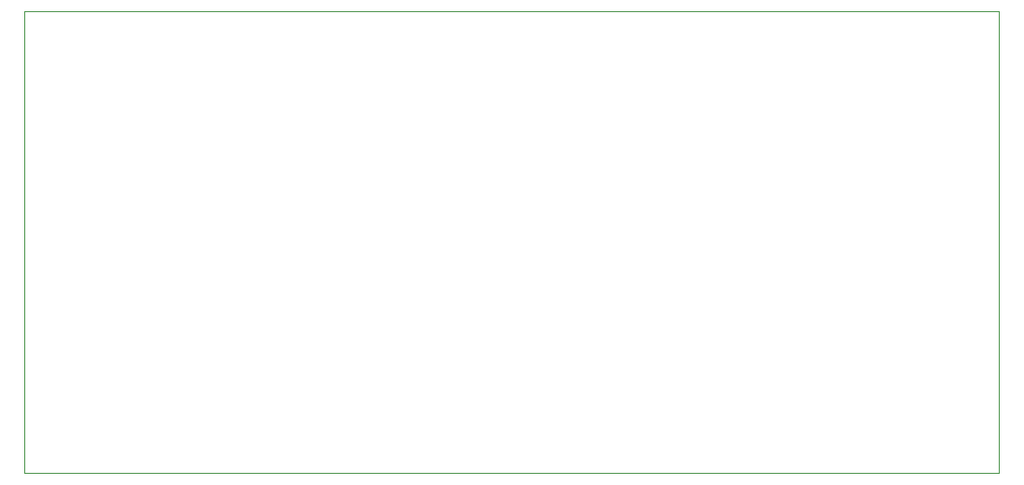
<source format=gbr>
%TF.GenerationSoftware,KiCad,Pcbnew,(6.0.0-0)*%
%TF.CreationDate,2022-03-19T19:47:01-04:00*%
%TF.ProjectId,interrupts,696e7465-7272-4757-9074-732e6b696361,rev?*%
%TF.SameCoordinates,Original*%
%TF.FileFunction,Profile,NP*%
%FSLAX46Y46*%
G04 Gerber Fmt 4.6, Leading zero omitted, Abs format (unit mm)*
G04 Created by KiCad (PCBNEW (6.0.0-0)) date 2022-03-19 19:47:01*
%MOMM*%
%LPD*%
G01*
G04 APERTURE LIST*
%TA.AperFunction,Profile*%
%ADD10C,0.050000*%
%TD*%
G04 APERTURE END LIST*
D10*
X96774000Y-86106000D02*
X185166000Y-86106000D01*
X185166000Y-86106000D02*
X185166000Y-128016000D01*
X185166000Y-128016000D02*
X96774000Y-128016000D01*
X96774000Y-128016000D02*
X96774000Y-86106000D01*
M02*

</source>
